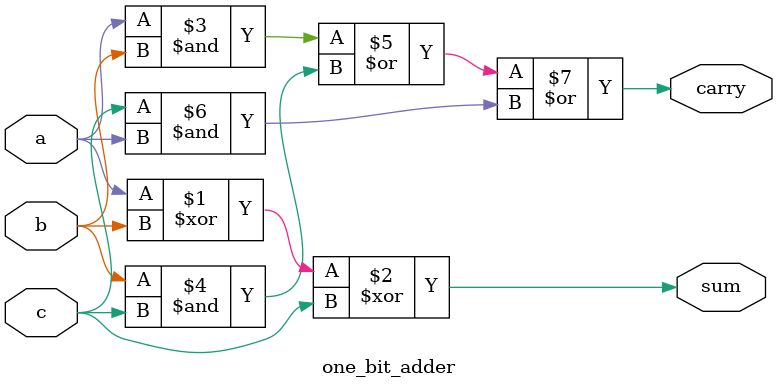
<source format=v>
module one_bit_adder (a,b,c,sum,carry);

input a;
input b;
input c;

output sum;
wire sum;
output carry;
wire carry;

assign sum = a^b^c;
assign carry = ((a&b)|(b&c)|(c&a));
    
endmodule

</source>
